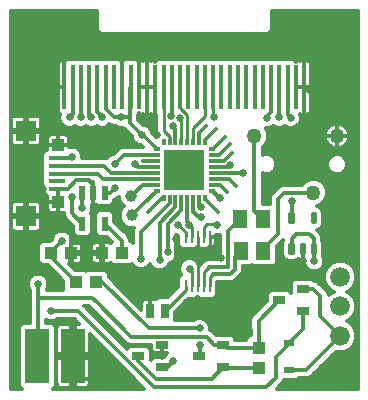
<source format=gbr>
G75*
%MOIN*%
%OFA0B0*%
%FSLAX25Y25*%
%IPPOS*%
%LPD*%
%AMOC8*
5,1,8,0,0,1.08239X$1,22.5*
%
%ADD10R,0.02362X0.01181*%
%ADD11R,0.01181X0.02362*%
%ADD12R,0.13583X0.13583*%
%ADD13R,0.01378X0.15000*%
%ADD14R,0.00984X0.03937*%
%ADD15R,0.02500X0.05000*%
%ADD16R,0.05118X0.05906*%
%ADD17R,0.04000X0.04000*%
%ADD18R,0.05315X0.01575*%
%ADD19R,0.07000X0.07000*%
%ADD20C,0.01181*%
%ADD21R,0.04331X0.03937*%
%ADD22R,0.02165X0.04724*%
%ADD23R,0.07874X0.18110*%
%ADD24R,0.04000X0.02500*%
%ADD25R,0.03268X0.02480*%
%ADD26C,0.05000*%
%ADD27C,0.06600*%
%ADD28R,0.03937X0.04331*%
%ADD29C,0.03937*%
%ADD30R,0.09000X0.09000*%
%ADD31C,0.02600*%
%ADD32C,0.01200*%
%ADD33C,0.01000*%
D10*
X0071049Y0074710D03*
X0071049Y0076679D03*
X0071049Y0078647D03*
X0071049Y0080616D03*
X0071049Y0082584D03*
X0071049Y0084553D03*
X0071049Y0086521D03*
X0071049Y0088490D03*
X0089553Y0088490D03*
X0089553Y0086521D03*
X0089553Y0084553D03*
X0089553Y0082584D03*
X0089553Y0080616D03*
X0089553Y0078647D03*
X0089553Y0076679D03*
X0089553Y0074710D03*
D11*
X0087191Y0072348D03*
X0085222Y0072348D03*
X0083254Y0072348D03*
X0081285Y0072348D03*
X0079317Y0072348D03*
X0077348Y0072348D03*
X0075380Y0072348D03*
X0073411Y0072348D03*
X0073411Y0090852D03*
X0075380Y0090852D03*
X0077348Y0090852D03*
X0079317Y0090852D03*
X0081285Y0090852D03*
X0083254Y0090852D03*
X0085222Y0090852D03*
X0087191Y0090852D03*
D12*
X0080301Y0081600D03*
D13*
X0081679Y0109100D03*
X0078923Y0109100D03*
X0076167Y0109100D03*
X0073411Y0109100D03*
X0070655Y0109100D03*
X0067899Y0109100D03*
X0065143Y0109100D03*
X0062388Y0109100D03*
X0059632Y0109100D03*
X0056876Y0109100D03*
X0054120Y0109100D03*
X0051364Y0109100D03*
X0048608Y0109100D03*
X0045852Y0109100D03*
X0043096Y0109100D03*
X0040340Y0109100D03*
X0084435Y0109100D03*
X0087191Y0109100D03*
X0089947Y0109100D03*
X0092702Y0109100D03*
X0095458Y0109100D03*
X0098214Y0109100D03*
X0100970Y0109100D03*
X0103726Y0109100D03*
X0106482Y0109100D03*
X0109238Y0109100D03*
X0111994Y0109100D03*
X0114750Y0109100D03*
X0117506Y0109100D03*
X0120262Y0109100D03*
D14*
X0088738Y0059419D03*
X0086769Y0059419D03*
X0084801Y0059419D03*
X0082832Y0059419D03*
X0080864Y0059419D03*
X0080864Y0042781D03*
X0082832Y0042781D03*
X0084801Y0042781D03*
X0086769Y0042781D03*
X0088738Y0042781D03*
D15*
X0073801Y0034600D03*
X0068801Y0034600D03*
D16*
X0099161Y0054500D03*
X0106641Y0054500D03*
X0106441Y0065200D03*
X0098961Y0065200D03*
D17*
X0038251Y0070900D03*
X0038251Y0089900D03*
D18*
X0037782Y0085518D03*
X0037782Y0082959D03*
X0037782Y0080400D03*
X0037782Y0077841D03*
X0037782Y0075282D03*
D19*
X0027501Y0066150D03*
X0027501Y0094650D03*
D20*
X0115667Y0064090D02*
X0116455Y0064090D01*
X0115667Y0064090D02*
X0115667Y0066846D01*
X0116455Y0066846D01*
X0116455Y0064090D01*
X0116455Y0065270D02*
X0115667Y0065270D01*
X0115667Y0066450D02*
X0116455Y0066450D01*
X0123147Y0064090D02*
X0123935Y0064090D01*
X0123147Y0064090D02*
X0123147Y0066846D01*
X0123935Y0066846D01*
X0123935Y0064090D01*
X0123935Y0065270D02*
X0123147Y0065270D01*
X0123147Y0066450D02*
X0123935Y0066450D01*
X0123935Y0053854D02*
X0123147Y0053854D01*
X0123147Y0056610D01*
X0123935Y0056610D01*
X0123935Y0053854D01*
X0123935Y0055034D02*
X0123147Y0055034D01*
X0123147Y0056214D02*
X0123935Y0056214D01*
X0120195Y0053854D02*
X0119407Y0053854D01*
X0119407Y0056610D01*
X0120195Y0056610D01*
X0120195Y0053854D01*
X0120195Y0055034D02*
X0119407Y0055034D01*
X0119407Y0056214D02*
X0120195Y0056214D01*
X0116455Y0053854D02*
X0115667Y0053854D01*
X0115667Y0056610D01*
X0116455Y0056610D01*
X0116455Y0053854D01*
X0116455Y0055034D02*
X0115667Y0055034D01*
X0115667Y0056214D02*
X0116455Y0056214D01*
D21*
X0059597Y0053900D03*
X0052904Y0053900D03*
X0050947Y0044200D03*
X0044254Y0044200D03*
X0042497Y0053850D03*
X0035804Y0053850D03*
D22*
X0046261Y0063681D03*
X0053741Y0063681D03*
X0053741Y0073919D03*
X0050001Y0073919D03*
X0046261Y0073919D03*
D23*
X0043238Y0019567D03*
X0031364Y0019567D03*
D24*
X0064964Y0019600D03*
X0072838Y0015860D03*
X0072838Y0023340D03*
X0085364Y0019600D03*
X0093238Y0015860D03*
X0093238Y0023340D03*
X0111964Y0038250D03*
X0119838Y0034510D03*
X0119838Y0041990D03*
D25*
X0115351Y0023978D03*
X0115351Y0014922D03*
D26*
X0123359Y0074051D03*
X0131233Y0092949D03*
X0103674Y0092949D03*
D27*
X0132301Y0045993D03*
X0132301Y0036150D03*
X0132301Y0026307D03*
D28*
X0105101Y0022346D03*
X0105101Y0015654D03*
D29*
X0062801Y0066450D03*
X0062601Y0072850D03*
D30*
X0080301Y0081600D03*
D31*
X0071051Y0093350D03*
X0066201Y0093300D03*
X0059301Y0099100D03*
X0052801Y0099100D03*
X0049301Y0099100D03*
X0045801Y0099100D03*
X0042096Y0099100D03*
X0042801Y0085900D03*
X0042801Y0072600D03*
X0046301Y0068800D03*
X0039501Y0057900D03*
X0031601Y0043600D03*
X0035801Y0034600D03*
X0054101Y0011900D03*
X0072801Y0019500D03*
X0076601Y0017800D03*
X0085401Y0023300D03*
X0085401Y0028800D03*
X0082051Y0048750D03*
X0074801Y0054100D03*
X0072101Y0051500D03*
X0065901Y0052000D03*
X0077601Y0058700D03*
X0078301Y0063350D03*
X0081801Y0063350D03*
X0085801Y0065850D03*
X0085801Y0069100D03*
X0092301Y0072100D03*
X0091101Y0063200D03*
X0092451Y0052250D03*
X0116101Y0071100D03*
X0099801Y0080600D03*
X0095647Y0083100D03*
X0090051Y0099150D03*
X0078951Y0098850D03*
X0075801Y0099600D03*
X0076501Y0096100D03*
X0063851Y0083600D03*
X0057301Y0083600D03*
X0057301Y0075700D03*
X0065301Y0118600D03*
X0107738Y0098883D03*
X0111994Y0099139D03*
X0115750Y0098998D03*
X0120301Y0118600D03*
X0119901Y0051200D03*
X0123601Y0051200D03*
D32*
X0022401Y0008700D02*
X0022401Y0134500D01*
X0051201Y0134500D01*
X0051201Y0128230D01*
X0052431Y0127000D01*
X0108171Y0127000D01*
X0109401Y0128230D01*
X0109401Y0134500D01*
X0138201Y0134500D01*
X0138201Y0008700D01*
X0111119Y0008700D01*
X0113190Y0010771D01*
X0113526Y0011582D01*
X0117855Y0011582D01*
X0118495Y0012222D01*
X0121453Y0012222D01*
X0122445Y0012633D01*
X0130868Y0021056D01*
X0131227Y0020907D01*
X0133375Y0020907D01*
X0135360Y0021730D01*
X0136879Y0023249D01*
X0137701Y0025233D01*
X0137701Y0027382D01*
X0136879Y0029366D01*
X0135360Y0030885D01*
X0134531Y0031229D01*
X0135360Y0031572D01*
X0136879Y0033091D01*
X0137701Y0035076D01*
X0137701Y0037224D01*
X0136879Y0039209D01*
X0135360Y0040728D01*
X0134531Y0041071D01*
X0135360Y0041415D01*
X0136879Y0042934D01*
X0137701Y0044918D01*
X0137701Y0047067D01*
X0136879Y0049051D01*
X0135360Y0050570D01*
X0133375Y0051393D01*
X0131227Y0051393D01*
X0129242Y0050570D01*
X0127723Y0049051D01*
X0126901Y0047067D01*
X0126901Y0044918D01*
X0127723Y0042934D01*
X0129242Y0041415D01*
X0130071Y0041071D01*
X0129242Y0040728D01*
X0128401Y0039887D01*
X0128401Y0040108D01*
X0128394Y0040124D01*
X0128394Y0040142D01*
X0128189Y0040620D01*
X0127990Y0041100D01*
X0127977Y0041113D01*
X0127970Y0041129D01*
X0127598Y0041492D01*
X0127230Y0041859D01*
X0127214Y0041866D01*
X0125140Y0043886D01*
X0124781Y0044251D01*
X0124756Y0044261D01*
X0124738Y0044279D01*
X0124262Y0044469D01*
X0123791Y0044667D01*
X0123764Y0044667D01*
X0123740Y0044677D01*
X0123375Y0044672D01*
X0122708Y0045340D01*
X0116968Y0045340D01*
X0115738Y0044110D01*
X0115738Y0040696D01*
X0114834Y0041600D01*
X0109094Y0041600D01*
X0107864Y0040370D01*
X0107864Y0037956D01*
X0103527Y0033593D01*
X0103525Y0033592D01*
X0103148Y0033212D01*
X0102770Y0032832D01*
X0102770Y0032831D01*
X0102769Y0032829D01*
X0102565Y0032333D01*
X0102362Y0031839D01*
X0102362Y0031837D01*
X0102362Y0031835D01*
X0102364Y0031303D01*
X0102365Y0030764D01*
X0102366Y0030763D01*
X0102383Y0026612D01*
X0102263Y0026612D01*
X0101032Y0025382D01*
X0101032Y0025046D01*
X0097338Y0025046D01*
X0097338Y0025460D01*
X0096108Y0026690D01*
X0090829Y0026690D01*
X0089330Y0028189D01*
X0088801Y0028408D01*
X0088801Y0029476D01*
X0088283Y0030726D01*
X0087327Y0031682D01*
X0086077Y0032200D01*
X0084725Y0032200D01*
X0083475Y0031682D01*
X0083293Y0031500D01*
X0077151Y0031500D01*
X0077151Y0034273D01*
X0081590Y0038712D01*
X0084194Y0038712D01*
X0084694Y0039212D01*
X0084801Y0039212D01*
X0084907Y0039212D01*
X0085407Y0038712D01*
X0090100Y0038712D01*
X0091330Y0039942D01*
X0091330Y0042245D01*
X0091338Y0042264D01*
X0091338Y0044200D01*
X0096138Y0044200D01*
X0097130Y0044611D01*
X0098630Y0046111D01*
X0099390Y0046871D01*
X0099801Y0047863D01*
X0099801Y0049447D01*
X0102590Y0049447D01*
X0102901Y0049759D01*
X0103212Y0049447D01*
X0110070Y0049447D01*
X0111300Y0050677D01*
X0111300Y0056181D01*
X0113130Y0058011D01*
X0113361Y0058241D01*
X0113361Y0058073D01*
X0112976Y0057145D01*
X0112976Y0053319D01*
X0113386Y0052330D01*
X0114143Y0051573D01*
X0115132Y0051163D01*
X0116990Y0051163D01*
X0117979Y0051573D01*
X0118344Y0051938D01*
X0118562Y0051813D01*
X0119119Y0051663D01*
X0119801Y0051663D01*
X0120201Y0051663D01*
X0120201Y0050524D01*
X0120719Y0049274D01*
X0121675Y0048318D01*
X0122925Y0047800D01*
X0124277Y0047800D01*
X0125527Y0048318D01*
X0126483Y0049274D01*
X0127001Y0050524D01*
X0127001Y0051876D01*
X0126514Y0053051D01*
X0126625Y0053319D01*
X0126625Y0057145D01*
X0126241Y0058073D01*
X0126241Y0059297D01*
X0125830Y0060289D01*
X0124647Y0061473D01*
X0125459Y0061809D01*
X0126216Y0062566D01*
X0126625Y0063555D01*
X0126625Y0067381D01*
X0126216Y0068370D01*
X0125459Y0069127D01*
X0124475Y0069534D01*
X0125965Y0070151D01*
X0127259Y0071445D01*
X0127959Y0073136D01*
X0127959Y0074966D01*
X0127259Y0076657D01*
X0125965Y0077951D01*
X0124274Y0078651D01*
X0122444Y0078651D01*
X0120753Y0077951D01*
X0119503Y0076700D01*
X0113164Y0076700D01*
X0112171Y0076289D01*
X0111412Y0075529D01*
X0109312Y0073429D01*
X0108901Y0072437D01*
X0108901Y0070253D01*
X0106374Y0070253D01*
X0106374Y0080461D01*
X0106958Y0080219D01*
X0108264Y0080219D01*
X0109470Y0080718D01*
X0110393Y0081641D01*
X0110892Y0082847D01*
X0110892Y0084153D01*
X0110393Y0085359D01*
X0109470Y0086282D01*
X0108264Y0086781D01*
X0106958Y0086781D01*
X0106374Y0086539D01*
X0106374Y0089143D01*
X0107574Y0090343D01*
X0108274Y0092034D01*
X0108274Y0093864D01*
X0107603Y0095483D01*
X0108414Y0095483D01*
X0109664Y0096001D01*
X0109994Y0096331D01*
X0110068Y0096257D01*
X0111317Y0095739D01*
X0112670Y0095739D01*
X0113752Y0096187D01*
X0113824Y0096115D01*
X0115073Y0095598D01*
X0116426Y0095598D01*
X0117676Y0096115D01*
X0118632Y0097072D01*
X0119150Y0098321D01*
X0119150Y0099674D01*
X0118971Y0100105D01*
X0119362Y0100000D01*
X0120261Y0100000D01*
X0120261Y0109100D01*
X0117539Y0109100D01*
X0119795Y0109100D01*
X0120261Y0109100D01*
X0120261Y0109100D01*
X0120261Y0118200D01*
X0119362Y0118200D01*
X0118955Y0118091D01*
X0118884Y0118050D01*
X0118812Y0118091D01*
X0118405Y0118200D01*
X0117506Y0118200D01*
X0117506Y0117503D01*
X0117506Y0117503D01*
X0117506Y0118200D01*
X0116809Y0118200D01*
X0116309Y0118700D01*
X0071852Y0118700D01*
X0071352Y0118200D01*
X0070655Y0118200D01*
X0069756Y0118200D01*
X0069349Y0118091D01*
X0069277Y0118050D01*
X0069206Y0118091D01*
X0068799Y0118200D01*
X0067899Y0118200D01*
X0067000Y0118200D01*
X0066593Y0118091D01*
X0066521Y0118050D01*
X0066450Y0118091D01*
X0066043Y0118200D01*
X0065143Y0118200D01*
X0064446Y0118200D01*
X0063946Y0118700D01*
X0060829Y0118700D01*
X0060329Y0118200D01*
X0059632Y0118200D01*
X0059632Y0117503D01*
X0059632Y0117503D01*
X0059632Y0117503D01*
X0059632Y0118200D01*
X0058935Y0118200D01*
X0058435Y0118700D01*
X0041537Y0118700D01*
X0041037Y0118200D01*
X0040340Y0118200D01*
X0039441Y0118200D01*
X0039034Y0118091D01*
X0038669Y0117880D01*
X0038371Y0117582D01*
X0038160Y0117218D01*
X0038051Y0116811D01*
X0038051Y0109100D01*
X0038051Y0101389D01*
X0038160Y0100982D01*
X0038371Y0100618D01*
X0038669Y0100320D01*
X0038873Y0100202D01*
X0038696Y0099776D01*
X0038696Y0098424D01*
X0039214Y0097174D01*
X0040170Y0096218D01*
X0041420Y0095700D01*
X0042772Y0095700D01*
X0043949Y0096187D01*
X0045125Y0095700D01*
X0046477Y0095700D01*
X0047551Y0096145D01*
X0048625Y0095700D01*
X0049977Y0095700D01*
X0051051Y0096145D01*
X0052125Y0095700D01*
X0053477Y0095700D01*
X0054727Y0096218D01*
X0055306Y0096797D01*
X0056264Y0096400D01*
X0057193Y0096400D01*
X0057375Y0096218D01*
X0058625Y0095700D01*
X0059977Y0095700D01*
X0059996Y0095708D01*
X0060012Y0095671D01*
X0060771Y0094911D01*
X0062801Y0092882D01*
X0062801Y0092624D01*
X0063319Y0091374D01*
X0064275Y0090418D01*
X0065525Y0089900D01*
X0065820Y0089900D01*
X0066499Y0089221D01*
X0059685Y0089221D01*
X0058693Y0088810D01*
X0056883Y0087000D01*
X0056625Y0087000D01*
X0055375Y0086482D01*
X0054419Y0085526D01*
X0054401Y0085484D01*
X0053979Y0085659D01*
X0046201Y0085659D01*
X0046201Y0086576D01*
X0045683Y0087826D01*
X0044727Y0088782D01*
X0043477Y0089300D01*
X0042125Y0089300D01*
X0041851Y0089187D01*
X0041851Y0089900D01*
X0041851Y0092111D01*
X0041742Y0092518D01*
X0041531Y0092882D01*
X0041233Y0093180D01*
X0040868Y0093391D01*
X0040462Y0093500D01*
X0038251Y0093500D01*
X0038251Y0089900D01*
X0041851Y0089900D01*
X0038251Y0089900D01*
X0038251Y0089900D01*
X0038301Y0094550D01*
X0027501Y0094650D01*
X0027501Y0066150D01*
X0038251Y0066150D01*
X0038251Y0065850D01*
X0042401Y0061700D01*
X0042401Y0053946D01*
X0042497Y0053850D01*
X0052854Y0053850D01*
X0052904Y0053900D01*
X0052520Y0054284D02*
X0052520Y0053516D01*
X0049139Y0053516D01*
X0049139Y0051721D01*
X0049248Y0051314D01*
X0049459Y0050949D01*
X0049757Y0050651D01*
X0050122Y0050441D01*
X0050528Y0050331D01*
X0052520Y0050331D01*
X0052520Y0053516D01*
X0053289Y0053516D01*
X0053289Y0050331D01*
X0055280Y0050331D01*
X0055687Y0050441D01*
X0055856Y0050538D01*
X0056562Y0049831D01*
X0062633Y0049831D01*
X0062977Y0050175D01*
X0063019Y0050074D01*
X0063975Y0049118D01*
X0065225Y0048600D01*
X0066577Y0048600D01*
X0067827Y0049118D01*
X0068783Y0050074D01*
X0068897Y0050349D01*
X0069219Y0049574D01*
X0070175Y0048618D01*
X0071425Y0048100D01*
X0072777Y0048100D01*
X0074027Y0048618D01*
X0074983Y0049574D01*
X0075450Y0050700D01*
X0075477Y0050700D01*
X0076727Y0051218D01*
X0077683Y0052174D01*
X0078201Y0053424D01*
X0078201Y0054776D01*
X0077683Y0056026D01*
X0077501Y0056208D01*
X0077501Y0060001D01*
X0077625Y0059950D01*
X0078024Y0059950D01*
X0078264Y0059710D01*
X0078264Y0058902D01*
X0078272Y0058883D01*
X0078272Y0056581D01*
X0079502Y0055351D01*
X0084194Y0055351D01*
X0084694Y0055851D01*
X0084801Y0055851D01*
X0084907Y0055851D01*
X0085407Y0055351D01*
X0088131Y0055351D01*
X0088631Y0055851D01*
X0088738Y0055851D01*
X0089441Y0055851D01*
X0089848Y0055960D01*
X0090212Y0056170D01*
X0090510Y0056468D01*
X0090721Y0056833D01*
X0090830Y0057240D01*
X0090830Y0059419D01*
X0089369Y0059419D01*
X0089369Y0059419D01*
X0090830Y0059419D01*
X0090830Y0059800D01*
X0091777Y0059800D01*
X0092201Y0059976D01*
X0092201Y0051800D01*
X0087864Y0051800D01*
X0086871Y0051389D01*
X0086112Y0050629D01*
X0086012Y0050388D01*
X0085334Y0049710D01*
X0084933Y0050676D01*
X0083977Y0051632D01*
X0082727Y0052150D01*
X0081375Y0052150D01*
X0080125Y0051632D01*
X0079169Y0050676D01*
X0078651Y0049426D01*
X0078651Y0048074D01*
X0079169Y0046824D01*
X0079323Y0046670D01*
X0078272Y0045619D01*
X0078272Y0043317D01*
X0078264Y0043298D01*
X0078264Y0042740D01*
X0074724Y0039200D01*
X0071681Y0039200D01*
X0070924Y0038443D01*
X0070668Y0038591D01*
X0070262Y0038700D01*
X0068826Y0038700D01*
X0068826Y0034625D01*
X0068776Y0034625D01*
X0068776Y0038700D01*
X0067340Y0038700D01*
X0066933Y0038591D01*
X0066568Y0038380D01*
X0066271Y0038082D01*
X0066060Y0037718D01*
X0065951Y0037311D01*
X0065951Y0035068D01*
X0055213Y0045807D01*
X0055213Y0047038D01*
X0053983Y0048268D01*
X0047912Y0048268D01*
X0047601Y0047957D01*
X0047290Y0048268D01*
X0044004Y0048268D01*
X0041991Y0050281D01*
X0042113Y0050281D01*
X0042113Y0053466D01*
X0042882Y0053466D01*
X0042882Y0054234D01*
X0046263Y0054234D01*
X0046263Y0056029D01*
X0046154Y0056436D01*
X0045943Y0056801D01*
X0045645Y0057099D01*
X0045280Y0057309D01*
X0044873Y0057418D01*
X0042901Y0057418D01*
X0042901Y0058576D01*
X0042383Y0059826D01*
X0041427Y0060782D01*
X0040177Y0061300D01*
X0038825Y0061300D01*
X0037575Y0060782D01*
X0036619Y0059826D01*
X0036101Y0058576D01*
X0036101Y0058318D01*
X0035701Y0057918D01*
X0032769Y0057918D01*
X0031539Y0056688D01*
X0031539Y0051012D01*
X0032769Y0049781D01*
X0034855Y0049781D01*
X0039989Y0044647D01*
X0039989Y0041600D01*
X0034409Y0041600D01*
X0034483Y0041674D01*
X0035001Y0042924D01*
X0035001Y0044276D01*
X0034483Y0045526D01*
X0033527Y0046482D01*
X0032277Y0047000D01*
X0030925Y0047000D01*
X0029675Y0046482D01*
X0028719Y0045526D01*
X0028201Y0044276D01*
X0028201Y0042924D01*
X0028719Y0041674D01*
X0028901Y0041492D01*
X0028901Y0030722D01*
X0026557Y0030722D01*
X0025327Y0029492D01*
X0025327Y0009642D01*
X0026269Y0008700D01*
X0022401Y0008700D01*
X0022401Y0008997D02*
X0025972Y0008997D01*
X0025327Y0010196D02*
X0022401Y0010196D01*
X0022401Y0011394D02*
X0025327Y0011394D01*
X0025327Y0012593D02*
X0022401Y0012593D01*
X0022401Y0013791D02*
X0025327Y0013791D01*
X0025327Y0014990D02*
X0022401Y0014990D01*
X0022401Y0016188D02*
X0025327Y0016188D01*
X0025327Y0017387D02*
X0022401Y0017387D01*
X0022401Y0018585D02*
X0025327Y0018585D01*
X0025327Y0019784D02*
X0022401Y0019784D01*
X0022401Y0020982D02*
X0025327Y0020982D01*
X0025327Y0022181D02*
X0022401Y0022181D01*
X0022401Y0023379D02*
X0025327Y0023379D01*
X0025327Y0024578D02*
X0022401Y0024578D01*
X0022401Y0025776D02*
X0025327Y0025776D01*
X0025327Y0026975D02*
X0022401Y0026975D01*
X0022401Y0028173D02*
X0025327Y0028173D01*
X0025327Y0029372D02*
X0022401Y0029372D01*
X0022401Y0030570D02*
X0026405Y0030570D01*
X0028901Y0031769D02*
X0022401Y0031769D01*
X0022401Y0032967D02*
X0028901Y0032967D01*
X0028901Y0034166D02*
X0022401Y0034166D01*
X0022401Y0035364D02*
X0028901Y0035364D01*
X0028901Y0036563D02*
X0022401Y0036563D01*
X0022401Y0037761D02*
X0028901Y0037761D01*
X0028901Y0038960D02*
X0022401Y0038960D01*
X0022401Y0040158D02*
X0028901Y0040158D01*
X0028901Y0041357D02*
X0022401Y0041357D01*
X0022401Y0042555D02*
X0028353Y0042555D01*
X0028201Y0043754D02*
X0022401Y0043754D01*
X0022401Y0044952D02*
X0028481Y0044952D01*
X0029343Y0046151D02*
X0022401Y0046151D01*
X0022401Y0047349D02*
X0037287Y0047349D01*
X0038485Y0046151D02*
X0033858Y0046151D01*
X0034721Y0044952D02*
X0039684Y0044952D01*
X0039989Y0043754D02*
X0035001Y0043754D01*
X0034848Y0042555D02*
X0039989Y0042555D01*
X0044254Y0044200D02*
X0035804Y0052650D01*
X0035804Y0053850D01*
X0036004Y0054404D01*
X0039501Y0057900D01*
X0042587Y0059334D02*
X0044193Y0059334D01*
X0044308Y0059219D02*
X0048213Y0059219D01*
X0049443Y0060449D01*
X0049443Y0066914D01*
X0049271Y0067086D01*
X0049701Y0068124D01*
X0049701Y0069476D01*
X0049502Y0069956D01*
X0050001Y0069956D01*
X0051289Y0069956D01*
X0051789Y0069456D01*
X0055694Y0069456D01*
X0056924Y0070686D01*
X0056924Y0071578D01*
X0057049Y0071630D01*
X0057719Y0072300D01*
X0057977Y0072300D01*
X0058532Y0072530D01*
X0058532Y0072041D01*
X0059152Y0070545D01*
X0060147Y0069550D01*
X0059352Y0068755D01*
X0058732Y0067259D01*
X0058732Y0065641D01*
X0059352Y0064145D01*
X0060496Y0063001D01*
X0061992Y0062381D01*
X0063551Y0062381D01*
X0063201Y0061537D01*
X0063201Y0057400D01*
X0062633Y0057968D01*
X0062297Y0057968D01*
X0062297Y0058362D01*
X0061886Y0059355D01*
X0061127Y0060114D01*
X0056924Y0064317D01*
X0056924Y0066914D01*
X0055694Y0068144D01*
X0051789Y0068144D01*
X0050558Y0066914D01*
X0050558Y0060449D01*
X0051789Y0059219D01*
X0054385Y0059219D01*
X0056099Y0057505D01*
X0055856Y0057262D01*
X0055687Y0057359D01*
X0055280Y0057468D01*
X0053289Y0057468D01*
X0053289Y0054284D01*
X0052520Y0054284D01*
X0049139Y0054284D01*
X0049139Y0056079D01*
X0049248Y0056486D01*
X0049459Y0056851D01*
X0049757Y0057149D01*
X0050122Y0057359D01*
X0050528Y0057468D01*
X0052520Y0057468D01*
X0052520Y0054284D01*
X0052520Y0054540D02*
X0053289Y0054540D01*
X0053289Y0053342D02*
X0052520Y0053342D01*
X0052520Y0052143D02*
X0053289Y0052143D01*
X0053289Y0050945D02*
X0052520Y0050945D01*
X0049463Y0050945D02*
X0045969Y0050945D01*
X0045943Y0050899D02*
X0046154Y0051264D01*
X0046263Y0051671D01*
X0046263Y0053466D01*
X0042882Y0053466D01*
X0042882Y0050281D01*
X0044873Y0050281D01*
X0045280Y0050391D01*
X0045645Y0050601D01*
X0045943Y0050899D01*
X0046263Y0052143D02*
X0049139Y0052143D01*
X0049139Y0053342D02*
X0046263Y0053342D01*
X0046263Y0054540D02*
X0049139Y0054540D01*
X0049139Y0055739D02*
X0046263Y0055739D01*
X0045806Y0056937D02*
X0049545Y0056937D01*
X0048328Y0059334D02*
X0051673Y0059334D01*
X0050558Y0060533D02*
X0049443Y0060533D01*
X0049443Y0061732D02*
X0050558Y0061732D01*
X0050558Y0062930D02*
X0049443Y0062930D01*
X0049443Y0064129D02*
X0050558Y0064129D01*
X0050558Y0065327D02*
X0049443Y0065327D01*
X0049443Y0066526D02*
X0050558Y0066526D01*
X0051369Y0067724D02*
X0049535Y0067724D01*
X0049701Y0068923D02*
X0059520Y0068923D01*
X0059576Y0070121D02*
X0056358Y0070121D01*
X0056924Y0071320D02*
X0058831Y0071320D01*
X0058532Y0072518D02*
X0058504Y0072518D01*
X0055519Y0073919D02*
X0057301Y0075700D01*
X0055519Y0073919D02*
X0053741Y0073919D01*
X0050001Y0073918D02*
X0050001Y0069956D01*
X0050001Y0073918D01*
X0050001Y0073918D01*
X0050001Y0073919D02*
X0050001Y0076500D01*
X0048401Y0078100D01*
X0044301Y0078100D01*
X0041501Y0075300D01*
X0037801Y0075300D01*
X0037782Y0075282D01*
X0038251Y0074813D01*
X0038251Y0070900D01*
X0038251Y0066150D01*
X0038251Y0067300D02*
X0040101Y0067300D01*
X0040101Y0066604D01*
X0040512Y0065612D01*
X0041271Y0064852D01*
X0043078Y0063046D01*
X0043078Y0060449D01*
X0044308Y0059219D01*
X0042901Y0058136D02*
X0055468Y0058136D01*
X0053289Y0056937D02*
X0052520Y0056937D01*
X0052520Y0055739D02*
X0053289Y0055739D01*
X0059597Y0053900D02*
X0059597Y0057825D01*
X0053741Y0063681D01*
X0057112Y0064129D02*
X0059369Y0064129D01*
X0058862Y0065327D02*
X0056924Y0065327D01*
X0056924Y0066526D02*
X0058732Y0066526D01*
X0058925Y0067724D02*
X0056113Y0067724D01*
X0058311Y0062930D02*
X0060667Y0062930D01*
X0059509Y0061732D02*
X0063281Y0061732D01*
X0063201Y0060533D02*
X0060708Y0060533D01*
X0061895Y0059334D02*
X0063201Y0059334D01*
X0063201Y0058136D02*
X0062297Y0058136D01*
X0065901Y0061000D02*
X0065901Y0052000D01*
X0068456Y0049746D02*
X0069147Y0049746D01*
X0070343Y0048548D02*
X0043725Y0048548D01*
X0042526Y0049746D02*
X0063346Y0049746D01*
X0057265Y0043754D02*
X0078272Y0043754D01*
X0078272Y0044952D02*
X0056067Y0044952D01*
X0055213Y0046151D02*
X0078804Y0046151D01*
X0078951Y0047349D02*
X0054902Y0047349D01*
X0053001Y0044200D02*
X0068401Y0028800D01*
X0085401Y0028800D01*
X0087118Y0031769D02*
X0102362Y0031769D01*
X0102367Y0030570D02*
X0088348Y0030570D01*
X0088801Y0029372D02*
X0102372Y0029372D01*
X0102377Y0028173D02*
X0089346Y0028173D01*
X0090545Y0026975D02*
X0102382Y0026975D01*
X0101427Y0025776D02*
X0097022Y0025776D01*
X0094532Y0022346D02*
X0093238Y0023340D01*
X0090361Y0023340D01*
X0087801Y0025900D01*
X0062701Y0025900D01*
X0051151Y0037450D01*
X0049701Y0038900D01*
X0031601Y0038900D01*
X0031601Y0019804D01*
X0031364Y0019567D01*
X0037401Y0019784D02*
X0042638Y0019784D01*
X0042638Y0020167D02*
X0042638Y0018967D01*
X0043838Y0018967D01*
X0043838Y0020167D01*
X0048775Y0020167D01*
X0048775Y0026798D01*
X0066789Y0008700D01*
X0036459Y0008700D01*
X0037401Y0009642D01*
X0037401Y0029492D01*
X0036171Y0030722D01*
X0034301Y0030722D01*
X0034301Y0031541D01*
X0035125Y0031200D01*
X0036477Y0031200D01*
X0037727Y0031718D01*
X0037909Y0031900D01*
X0043683Y0031900D01*
X0045360Y0030222D01*
X0043838Y0030222D01*
X0043838Y0020167D01*
X0042638Y0020167D01*
X0042638Y0030222D01*
X0039090Y0030222D01*
X0038683Y0030113D01*
X0038318Y0029902D01*
X0038021Y0029604D01*
X0037810Y0029240D01*
X0037701Y0028833D01*
X0037701Y0020167D01*
X0042638Y0020167D01*
X0042638Y0020982D02*
X0043838Y0020982D01*
X0043838Y0019784D02*
X0055757Y0019784D01*
X0054564Y0020982D02*
X0048775Y0020982D01*
X0048775Y0022181D02*
X0053371Y0022181D01*
X0052178Y0023379D02*
X0048775Y0023379D01*
X0048775Y0024578D02*
X0050985Y0024578D01*
X0049792Y0025776D02*
X0048775Y0025776D01*
X0048601Y0030800D02*
X0044801Y0034600D01*
X0035801Y0034600D01*
X0037778Y0031769D02*
X0043814Y0031769D01*
X0045012Y0030570D02*
X0036323Y0030570D01*
X0037401Y0029372D02*
X0037886Y0029372D01*
X0037701Y0028173D02*
X0037401Y0028173D01*
X0037401Y0026975D02*
X0037701Y0026975D01*
X0037701Y0025776D02*
X0037401Y0025776D01*
X0037401Y0024578D02*
X0037701Y0024578D01*
X0037701Y0023379D02*
X0037401Y0023379D01*
X0037401Y0022181D02*
X0037701Y0022181D01*
X0037701Y0020982D02*
X0037401Y0020982D01*
X0037701Y0018967D02*
X0037701Y0010301D01*
X0037810Y0009894D01*
X0038021Y0009529D01*
X0038318Y0009231D01*
X0038683Y0009021D01*
X0039090Y0008912D01*
X0042638Y0008912D01*
X0042638Y0018967D01*
X0037701Y0018967D01*
X0037701Y0018585D02*
X0037401Y0018585D01*
X0037401Y0017387D02*
X0037701Y0017387D01*
X0037701Y0016188D02*
X0037401Y0016188D01*
X0037401Y0014990D02*
X0037701Y0014990D01*
X0037701Y0013791D02*
X0037401Y0013791D01*
X0037401Y0012593D02*
X0037701Y0012593D01*
X0037701Y0011394D02*
X0037401Y0011394D01*
X0037401Y0010196D02*
X0037729Y0010196D01*
X0036756Y0008997D02*
X0038772Y0008997D01*
X0042638Y0008997D02*
X0043838Y0008997D01*
X0043838Y0008912D02*
X0047386Y0008912D01*
X0047792Y0009021D01*
X0048157Y0009231D01*
X0048455Y0009529D01*
X0048666Y0009894D01*
X0048775Y0010301D01*
X0048775Y0018967D01*
X0043838Y0018967D01*
X0043838Y0008912D01*
X0043838Y0010196D02*
X0042638Y0010196D01*
X0042638Y0011394D02*
X0043838Y0011394D01*
X0043838Y0012593D02*
X0042638Y0012593D01*
X0042638Y0013791D02*
X0043838Y0013791D01*
X0043838Y0014990D02*
X0042638Y0014990D01*
X0043238Y0015063D02*
X0046401Y0011900D01*
X0054101Y0011900D01*
X0048775Y0011394D02*
X0064108Y0011394D01*
X0065301Y0010196D02*
X0048747Y0010196D01*
X0047704Y0008997D02*
X0066494Y0008997D01*
X0062915Y0012593D02*
X0048775Y0012593D01*
X0048775Y0013791D02*
X0061722Y0013791D01*
X0060529Y0014990D02*
X0048775Y0014990D01*
X0048775Y0016188D02*
X0059336Y0016188D01*
X0058143Y0017387D02*
X0048775Y0017387D01*
X0048775Y0018585D02*
X0056950Y0018585D01*
X0060990Y0022181D02*
X0061325Y0022181D01*
X0061157Y0022013D02*
X0062094Y0022950D01*
X0067834Y0022950D01*
X0069064Y0021720D01*
X0069064Y0018306D01*
X0069968Y0019210D01*
X0073505Y0019210D01*
X0073719Y0019726D01*
X0074483Y0020490D01*
X0072863Y0020490D01*
X0072863Y0023200D01*
X0072813Y0023200D01*
X0072813Y0020490D01*
X0070627Y0020490D01*
X0070220Y0020599D01*
X0069855Y0020810D01*
X0069558Y0021108D01*
X0069347Y0021473D01*
X0069238Y0021880D01*
X0069238Y0023200D01*
X0062164Y0023200D01*
X0061171Y0023611D01*
X0049621Y0035161D01*
X0049621Y0035161D01*
X0048583Y0036200D01*
X0047019Y0036200D01*
X0047090Y0036129D01*
X0050133Y0033087D01*
X0050136Y0033085D01*
X0050513Y0032706D01*
X0050890Y0032329D01*
X0050891Y0032326D01*
X0061157Y0022013D01*
X0061731Y0023379D02*
X0059797Y0023379D01*
X0060205Y0024578D02*
X0058604Y0024578D01*
X0059006Y0025776D02*
X0057411Y0025776D01*
X0057808Y0026975D02*
X0056218Y0026975D01*
X0056609Y0028173D02*
X0055025Y0028173D01*
X0055411Y0029372D02*
X0053832Y0029372D01*
X0054212Y0030570D02*
X0052639Y0030570D01*
X0053014Y0031769D02*
X0051446Y0031769D01*
X0051815Y0032967D02*
X0050253Y0032967D01*
X0050617Y0034166D02*
X0049053Y0034166D01*
X0049418Y0035364D02*
X0047855Y0035364D01*
X0050401Y0038200D02*
X0051151Y0037450D01*
X0050947Y0044200D02*
X0053001Y0044200D01*
X0058464Y0042555D02*
X0078079Y0042555D01*
X0076881Y0041357D02*
X0059662Y0041357D01*
X0060861Y0040158D02*
X0075682Y0040158D01*
X0071441Y0038960D02*
X0062059Y0038960D01*
X0063258Y0037761D02*
X0066085Y0037761D01*
X0065951Y0036563D02*
X0064456Y0036563D01*
X0065655Y0035364D02*
X0065951Y0035364D01*
X0068776Y0035364D02*
X0068826Y0035364D01*
X0068801Y0034600D02*
X0068801Y0039400D01*
X0077601Y0048200D01*
X0077601Y0052300D01*
X0077601Y0058700D01*
X0077501Y0058136D02*
X0078272Y0058136D01*
X0078272Y0056937D02*
X0077501Y0056937D01*
X0077802Y0055739D02*
X0079114Y0055739D01*
X0078201Y0054540D02*
X0092201Y0054540D01*
X0092201Y0053342D02*
X0078167Y0053342D01*
X0077653Y0052143D02*
X0081359Y0052143D01*
X0082743Y0052143D02*
X0092201Y0052143D01*
X0092201Y0055739D02*
X0088520Y0055739D01*
X0088738Y0055851D02*
X0088738Y0055957D01*
X0088738Y0055957D01*
X0088738Y0055851D01*
X0090749Y0056937D02*
X0092201Y0056937D01*
X0092201Y0058136D02*
X0090830Y0058136D01*
X0090830Y0059334D02*
X0092201Y0059334D01*
X0094901Y0061300D02*
X0094901Y0049100D01*
X0088401Y0049100D01*
X0086427Y0050945D02*
X0084664Y0050945D01*
X0085318Y0049746D02*
X0085370Y0049746D01*
X0089801Y0046900D02*
X0095601Y0046900D01*
X0097101Y0048400D01*
X0097101Y0052440D01*
X0099161Y0054500D01*
X0102889Y0049746D02*
X0102913Y0049746D01*
X0099801Y0048548D02*
X0121445Y0048548D01*
X0120523Y0049746D02*
X0110369Y0049746D01*
X0111300Y0050945D02*
X0120201Y0050945D01*
X0119901Y0051200D02*
X0119901Y0055132D01*
X0119801Y0055232D01*
X0119801Y0051663D01*
X0119801Y0055232D01*
X0119801Y0055232D01*
X0119801Y0054540D02*
X0119801Y0054540D01*
X0119801Y0053342D02*
X0119801Y0053342D01*
X0119801Y0052143D02*
X0119801Y0052143D01*
X0123601Y0051200D02*
X0123601Y0055172D01*
X0123541Y0055232D01*
X0123541Y0058760D01*
X0122001Y0060300D01*
X0117701Y0060300D01*
X0116061Y0058660D01*
X0116061Y0055232D01*
X0112976Y0055739D02*
X0111300Y0055739D01*
X0111300Y0054540D02*
X0112976Y0054540D01*
X0112976Y0053342D02*
X0111300Y0053342D01*
X0111300Y0052143D02*
X0113573Y0052143D01*
X0112976Y0056937D02*
X0112057Y0056937D01*
X0113255Y0058136D02*
X0113361Y0058136D01*
X0111601Y0060300D02*
X0111601Y0071900D01*
X0113701Y0074000D01*
X0123308Y0074000D01*
X0120115Y0077312D02*
X0106374Y0077312D01*
X0106374Y0076114D02*
X0111996Y0076114D01*
X0110798Y0074915D02*
X0106374Y0074915D01*
X0106374Y0073717D02*
X0109599Y0073717D01*
X0108934Y0072518D02*
X0106374Y0072518D01*
X0106374Y0071320D02*
X0108901Y0071320D01*
X0103674Y0067967D02*
X0106441Y0065200D01*
X0103674Y0067967D02*
X0103674Y0092949D01*
X0108274Y0092893D02*
X0131144Y0092893D01*
X0131144Y0092860D02*
X0127133Y0092860D01*
X0127133Y0092626D01*
X0127234Y0091989D01*
X0127434Y0091375D01*
X0127727Y0090800D01*
X0128106Y0090278D01*
X0128562Y0089822D01*
X0129084Y0089442D01*
X0129659Y0089149D01*
X0130273Y0088950D01*
X0130910Y0088849D01*
X0131144Y0088849D01*
X0131144Y0092860D01*
X0131144Y0093038D01*
X0131144Y0097049D01*
X0130910Y0097049D01*
X0130273Y0096948D01*
X0129659Y0096748D01*
X0129084Y0096455D01*
X0128562Y0096076D01*
X0128106Y0095620D01*
X0127727Y0095098D01*
X0127434Y0094523D01*
X0127234Y0093909D01*
X0127133Y0093271D01*
X0127133Y0093038D01*
X0131144Y0093038D01*
X0131322Y0093038D01*
X0131322Y0097049D01*
X0131556Y0097049D01*
X0132193Y0096948D01*
X0132807Y0096748D01*
X0133382Y0096455D01*
X0133904Y0096076D01*
X0134360Y0095620D01*
X0134740Y0095098D01*
X0135033Y0094523D01*
X0135232Y0093909D01*
X0135333Y0093271D01*
X0135333Y0093038D01*
X0131322Y0093038D01*
X0131322Y0092860D01*
X0131322Y0088849D01*
X0131556Y0088849D01*
X0132193Y0088950D01*
X0132807Y0089149D01*
X0133382Y0089442D01*
X0133904Y0089822D01*
X0134360Y0090278D01*
X0134740Y0090800D01*
X0135033Y0091375D01*
X0135232Y0091989D01*
X0135333Y0092626D01*
X0135333Y0092860D01*
X0131322Y0092860D01*
X0131144Y0092860D01*
X0131233Y0092949D02*
X0131213Y0098149D01*
X0120262Y0109100D01*
X0122550Y0109100D01*
X0122550Y0116811D01*
X0122441Y0117218D01*
X0122231Y0117582D01*
X0121933Y0117880D01*
X0121568Y0118091D01*
X0121161Y0118200D01*
X0120262Y0118200D01*
X0120262Y0109100D01*
X0120262Y0109100D01*
X0122550Y0109100D01*
X0122550Y0101389D01*
X0122441Y0100982D01*
X0122231Y0100618D01*
X0121933Y0100320D01*
X0121568Y0100109D01*
X0121161Y0100000D01*
X0120262Y0100000D01*
X0120262Y0109100D01*
X0120261Y0109100D01*
X0120262Y0109100D01*
X0117506Y0109100D01*
X0117539Y0109100D02*
X0117539Y0109100D01*
X0120262Y0109100D02*
X0120262Y0118561D01*
X0120301Y0118600D01*
X0120261Y0118062D02*
X0120262Y0118062D01*
X0120261Y0116863D02*
X0120262Y0116863D01*
X0120261Y0115665D02*
X0120262Y0115665D01*
X0120261Y0114466D02*
X0120262Y0114466D01*
X0120261Y0113268D02*
X0120262Y0113268D01*
X0120261Y0112069D02*
X0120262Y0112069D01*
X0120261Y0110870D02*
X0120262Y0110870D01*
X0120261Y0109672D02*
X0120262Y0109672D01*
X0120261Y0108473D02*
X0120262Y0108473D01*
X0120261Y0107275D02*
X0120262Y0107275D01*
X0120261Y0106076D02*
X0120262Y0106076D01*
X0120261Y0104878D02*
X0120262Y0104878D01*
X0120261Y0103679D02*
X0120262Y0103679D01*
X0120261Y0102481D02*
X0120262Y0102481D01*
X0120261Y0101282D02*
X0120262Y0101282D01*
X0120261Y0100084D02*
X0120262Y0100084D01*
X0121474Y0100084D02*
X0138201Y0100084D01*
X0138201Y0101282D02*
X0122522Y0101282D01*
X0122550Y0102481D02*
X0138201Y0102481D01*
X0138201Y0103679D02*
X0122550Y0103679D01*
X0122550Y0104878D02*
X0138201Y0104878D01*
X0138201Y0106076D02*
X0122550Y0106076D01*
X0122550Y0107275D02*
X0138201Y0107275D01*
X0138201Y0108473D02*
X0122550Y0108473D01*
X0122550Y0109672D02*
X0138201Y0109672D01*
X0138201Y0110870D02*
X0122550Y0110870D01*
X0122550Y0112069D02*
X0138201Y0112069D01*
X0138201Y0113268D02*
X0122550Y0113268D01*
X0122550Y0114466D02*
X0138201Y0114466D01*
X0138201Y0115665D02*
X0122550Y0115665D01*
X0122536Y0116863D02*
X0138201Y0116863D01*
X0138201Y0118062D02*
X0121619Y0118062D01*
X0118904Y0118062D02*
X0118863Y0118062D01*
X0117506Y0118062D02*
X0117506Y0118062D01*
X0114750Y0109100D02*
X0114801Y0107100D01*
X0114801Y0099946D01*
X0115750Y0098998D01*
X0118887Y0097687D02*
X0138201Y0097687D01*
X0138201Y0098885D02*
X0119150Y0098885D01*
X0119049Y0100084D02*
X0118980Y0100084D01*
X0118049Y0096488D02*
X0129149Y0096488D01*
X0127866Y0095290D02*
X0107683Y0095290D01*
X0108180Y0094091D02*
X0127293Y0094091D01*
X0127330Y0091694D02*
X0108133Y0091694D01*
X0107637Y0090496D02*
X0127948Y0090496D01*
X0129369Y0089297D02*
X0106528Y0089297D01*
X0106374Y0088099D02*
X0138201Y0088099D01*
X0138201Y0089297D02*
X0133098Y0089297D01*
X0131322Y0089297D02*
X0131144Y0089297D01*
X0131144Y0090496D02*
X0131322Y0090496D01*
X0131322Y0091694D02*
X0131144Y0091694D01*
X0131322Y0092893D02*
X0138201Y0092893D01*
X0138201Y0094091D02*
X0135173Y0094091D01*
X0134600Y0095290D02*
X0138201Y0095290D01*
X0138201Y0096488D02*
X0133317Y0096488D01*
X0131322Y0096488D02*
X0131144Y0096488D01*
X0131144Y0095290D02*
X0131322Y0095290D01*
X0131322Y0094091D02*
X0131144Y0094091D01*
X0134519Y0090496D02*
X0138201Y0090496D01*
X0138201Y0091694D02*
X0135137Y0091694D01*
X0138201Y0086900D02*
X0106374Y0086900D01*
X0110050Y0085702D02*
X0128795Y0085702D01*
X0128452Y0085359D02*
X0127952Y0084153D01*
X0127952Y0082847D01*
X0128452Y0081641D01*
X0129375Y0080718D01*
X0130581Y0080219D01*
X0131886Y0080219D01*
X0133092Y0080718D01*
X0134015Y0081641D01*
X0134514Y0082847D01*
X0134514Y0084153D01*
X0134015Y0085359D01*
X0133092Y0086282D01*
X0131886Y0086781D01*
X0130581Y0086781D01*
X0129375Y0086282D01*
X0128452Y0085359D01*
X0128097Y0084503D02*
X0110747Y0084503D01*
X0110892Y0083305D02*
X0127952Y0083305D01*
X0128259Y0082106D02*
X0110585Y0082106D01*
X0109659Y0080908D02*
X0129185Y0080908D01*
X0133281Y0080908D02*
X0138201Y0080908D01*
X0138201Y0082106D02*
X0134207Y0082106D01*
X0134514Y0083305D02*
X0138201Y0083305D01*
X0138201Y0084503D02*
X0134369Y0084503D01*
X0133672Y0085702D02*
X0138201Y0085702D01*
X0138201Y0079709D02*
X0106374Y0079709D01*
X0106374Y0078511D02*
X0122105Y0078511D01*
X0124613Y0078511D02*
X0138201Y0078511D01*
X0138201Y0077312D02*
X0126604Y0077312D01*
X0127484Y0076114D02*
X0138201Y0076114D01*
X0138201Y0074915D02*
X0127959Y0074915D01*
X0127959Y0073717D02*
X0138201Y0073717D01*
X0138201Y0072518D02*
X0127703Y0072518D01*
X0127133Y0071320D02*
X0138201Y0071320D01*
X0138201Y0070121D02*
X0125891Y0070121D01*
X0125663Y0068923D02*
X0138201Y0068923D01*
X0138201Y0067724D02*
X0126483Y0067724D01*
X0126625Y0066526D02*
X0138201Y0066526D01*
X0138201Y0065327D02*
X0126625Y0065327D01*
X0126625Y0064129D02*
X0138201Y0064129D01*
X0138201Y0062930D02*
X0126366Y0062930D01*
X0125271Y0061732D02*
X0138201Y0061732D01*
X0138201Y0060533D02*
X0125586Y0060533D01*
X0126225Y0059334D02*
X0138201Y0059334D01*
X0138201Y0058136D02*
X0126241Y0058136D01*
X0126625Y0056937D02*
X0138201Y0056937D01*
X0138201Y0055739D02*
X0126625Y0055739D01*
X0126625Y0054540D02*
X0138201Y0054540D01*
X0138201Y0053342D02*
X0126625Y0053342D01*
X0126890Y0052143D02*
X0138201Y0052143D01*
X0138201Y0050945D02*
X0134456Y0050945D01*
X0136184Y0049746D02*
X0138201Y0049746D01*
X0138201Y0048548D02*
X0137087Y0048548D01*
X0137584Y0047349D02*
X0138201Y0047349D01*
X0138201Y0046151D02*
X0137701Y0046151D01*
X0137701Y0044952D02*
X0138201Y0044952D01*
X0138201Y0043754D02*
X0137219Y0043754D01*
X0136500Y0042555D02*
X0138201Y0042555D01*
X0138201Y0041357D02*
X0135220Y0041357D01*
X0135929Y0040158D02*
X0138201Y0040158D01*
X0138201Y0038960D02*
X0136982Y0038960D01*
X0137478Y0037761D02*
X0138201Y0037761D01*
X0138201Y0036563D02*
X0137701Y0036563D01*
X0137701Y0035364D02*
X0138201Y0035364D01*
X0138201Y0034166D02*
X0137324Y0034166D01*
X0136755Y0032967D02*
X0138201Y0032967D01*
X0138201Y0031769D02*
X0135556Y0031769D01*
X0135675Y0030570D02*
X0138201Y0030570D01*
X0138201Y0029372D02*
X0136873Y0029372D01*
X0137373Y0028173D02*
X0138201Y0028173D01*
X0138201Y0026975D02*
X0137701Y0026975D01*
X0137701Y0025776D02*
X0138201Y0025776D01*
X0138201Y0024578D02*
X0137429Y0024578D01*
X0136933Y0023379D02*
X0138201Y0023379D01*
X0138201Y0022181D02*
X0135811Y0022181D01*
X0133555Y0020982D02*
X0138201Y0020982D01*
X0138201Y0019784D02*
X0129595Y0019784D01*
X0128397Y0018585D02*
X0138201Y0018585D01*
X0138201Y0017387D02*
X0127198Y0017387D01*
X0126000Y0016188D02*
X0138201Y0016188D01*
X0138201Y0014990D02*
X0124801Y0014990D01*
X0123603Y0013791D02*
X0138201Y0013791D01*
X0138201Y0012593D02*
X0122346Y0012593D01*
X0120916Y0014922D02*
X0132301Y0026307D01*
X0125701Y0032800D01*
X0125701Y0039570D01*
X0123238Y0041970D01*
X0119838Y0041990D01*
X0123096Y0044952D02*
X0126901Y0044952D01*
X0126901Y0046151D02*
X0098670Y0046151D01*
X0099588Y0047349D02*
X0127018Y0047349D01*
X0127514Y0048548D02*
X0125757Y0048548D01*
X0126679Y0049746D02*
X0128418Y0049746D01*
X0127001Y0050945D02*
X0130146Y0050945D01*
X0127383Y0043754D02*
X0125277Y0043754D01*
X0126506Y0042555D02*
X0128101Y0042555D01*
X0127736Y0041357D02*
X0129382Y0041357D01*
X0128672Y0040158D02*
X0128387Y0040158D01*
X0119838Y0034510D02*
X0119838Y0028465D01*
X0115351Y0023978D01*
X0115351Y0023750D01*
X0110901Y0019300D01*
X0110901Y0012300D01*
X0107701Y0009100D01*
X0070201Y0009100D01*
X0048601Y0030800D01*
X0043838Y0029372D02*
X0042638Y0029372D01*
X0042638Y0028173D02*
X0043838Y0028173D01*
X0043838Y0026975D02*
X0042638Y0026975D01*
X0042638Y0025776D02*
X0043838Y0025776D01*
X0043838Y0024578D02*
X0042638Y0024578D01*
X0042638Y0023379D02*
X0043838Y0023379D01*
X0043838Y0022181D02*
X0042638Y0022181D01*
X0043238Y0019567D02*
X0043238Y0015063D01*
X0042638Y0016188D02*
X0043838Y0016188D01*
X0043838Y0017387D02*
X0042638Y0017387D01*
X0042638Y0018585D02*
X0043838Y0018585D01*
X0064964Y0017937D02*
X0070901Y0012000D01*
X0089378Y0012000D01*
X0093238Y0015860D01*
X0093744Y0015654D01*
X0105101Y0015654D01*
X0111416Y0008997D02*
X0138201Y0008997D01*
X0138201Y0010196D02*
X0112615Y0010196D01*
X0113448Y0011394D02*
X0138201Y0011394D01*
X0131047Y0020982D02*
X0130794Y0020982D01*
X0120916Y0014922D02*
X0115351Y0014922D01*
X0105101Y0022346D02*
X0094532Y0022346D01*
X0085401Y0023300D02*
X0085401Y0019937D01*
X0085364Y0019600D01*
X0076601Y0017800D02*
X0074501Y0015723D01*
X0072838Y0015860D01*
X0072801Y0019500D02*
X0072838Y0019537D01*
X0072838Y0023340D01*
X0072813Y0022181D02*
X0072863Y0022181D01*
X0072863Y0020982D02*
X0072813Y0020982D01*
X0073776Y0019784D02*
X0069064Y0019784D01*
X0069064Y0020982D02*
X0069683Y0020982D01*
X0069238Y0022181D02*
X0068603Y0022181D01*
X0069064Y0018585D02*
X0069343Y0018585D01*
X0064964Y0017937D02*
X0064964Y0019600D01*
X0077151Y0031769D02*
X0083683Y0031769D01*
X0079441Y0036563D02*
X0106479Y0036563D01*
X0105288Y0035364D02*
X0078242Y0035364D01*
X0077151Y0034166D02*
X0104096Y0034166D01*
X0102905Y0032967D02*
X0077151Y0032967D01*
X0080639Y0037761D02*
X0107671Y0037761D01*
X0107864Y0038960D02*
X0090347Y0038960D01*
X0091330Y0040158D02*
X0107864Y0040158D01*
X0108851Y0041357D02*
X0091330Y0041357D01*
X0091338Y0042555D02*
X0115738Y0042555D01*
X0115738Y0041357D02*
X0115077Y0041357D01*
X0115738Y0043754D02*
X0091338Y0043754D01*
X0097472Y0044952D02*
X0116580Y0044952D01*
X0111964Y0038250D02*
X0105064Y0031309D01*
X0105101Y0022346D01*
X0085160Y0038960D02*
X0084442Y0038960D01*
X0084801Y0039212D02*
X0084801Y0039319D01*
X0084801Y0039319D01*
X0084801Y0039319D01*
X0084801Y0039212D01*
X0078651Y0048548D02*
X0073859Y0048548D01*
X0075055Y0049746D02*
X0078784Y0049746D01*
X0079438Y0050945D02*
X0076068Y0050945D01*
X0074801Y0054100D02*
X0074801Y0063700D01*
X0079317Y0068216D01*
X0079317Y0072348D01*
X0081285Y0072348D02*
X0081285Y0064366D01*
X0081801Y0063350D01*
X0082832Y0062319D01*
X0085051Y0065850D02*
X0085801Y0065850D01*
X0085051Y0065850D02*
X0083301Y0067600D01*
X0083254Y0068147D01*
X0083254Y0072348D01*
X0085222Y0072348D02*
X0085222Y0069179D01*
X0085801Y0069100D01*
X0087191Y0072010D02*
X0091701Y0067500D01*
X0092163Y0072100D02*
X0089553Y0074710D01*
X0089553Y0076679D02*
X0092322Y0076679D01*
X0094701Y0074300D01*
X0092301Y0072100D02*
X0092163Y0072100D01*
X0087191Y0072010D02*
X0087191Y0072348D01*
X0089553Y0078647D02*
X0095254Y0078647D01*
X0097501Y0076400D01*
X0095817Y0080616D02*
X0089553Y0080616D01*
X0089553Y0082584D02*
X0095035Y0082584D01*
X0095647Y0083100D01*
X0095817Y0080616D02*
X0099801Y0080600D01*
X0093454Y0084553D02*
X0096201Y0087300D01*
X0095601Y0090100D02*
X0092022Y0086521D01*
X0089553Y0086521D01*
X0089553Y0084553D02*
X0093454Y0084553D01*
X0089991Y0088490D02*
X0094001Y0092500D01*
X0090901Y0095200D02*
X0087191Y0091490D01*
X0087191Y0090852D01*
X0085222Y0090852D02*
X0085222Y0094021D01*
X0087501Y0096300D01*
X0089553Y0088490D02*
X0089991Y0088490D01*
X0086272Y0082200D02*
X0080901Y0082200D01*
X0080901Y0081000D01*
X0086272Y0081000D01*
X0086272Y0082200D01*
X0086272Y0082106D02*
X0080901Y0082106D01*
X0080901Y0082200D02*
X0079701Y0082200D01*
X0079701Y0087571D01*
X0080901Y0087571D01*
X0080901Y0082200D01*
X0080901Y0083305D02*
X0079701Y0083305D01*
X0079701Y0082200D02*
X0079701Y0081000D01*
X0080901Y0081000D01*
X0080901Y0075629D01*
X0079825Y0075629D01*
X0079701Y0075629D01*
X0079701Y0081000D01*
X0074330Y0081000D01*
X0074330Y0082200D01*
X0079701Y0082200D01*
X0079701Y0082106D02*
X0074330Y0082106D01*
X0071049Y0082584D02*
X0064867Y0082584D01*
X0063851Y0083600D01*
X0066654Y0084553D02*
X0071049Y0084553D01*
X0071049Y0086521D02*
X0060222Y0086521D01*
X0057301Y0083600D01*
X0055785Y0080616D02*
X0053442Y0082959D01*
X0037782Y0082959D01*
X0037841Y0082900D01*
X0037782Y0080400D02*
X0051401Y0080400D01*
X0053154Y0078647D01*
X0071049Y0078647D01*
X0071049Y0076679D02*
X0066430Y0076679D01*
X0062601Y0072850D01*
X0066689Y0070350D02*
X0071049Y0074710D01*
X0072949Y0072348D02*
X0068301Y0067700D01*
X0066689Y0070350D02*
X0062801Y0066450D01*
X0065901Y0061000D02*
X0075380Y0070479D01*
X0075380Y0072348D01*
X0073411Y0072348D02*
X0072949Y0072348D01*
X0077348Y0072348D02*
X0077348Y0069247D01*
X0072101Y0064000D01*
X0072101Y0051500D01*
X0077501Y0059334D02*
X0078264Y0059334D01*
X0084583Y0055739D02*
X0085019Y0055739D01*
X0084801Y0055851D02*
X0084801Y0055957D01*
X0084801Y0055957D01*
X0084801Y0055957D01*
X0084801Y0055851D01*
X0094901Y0061300D02*
X0098961Y0065200D01*
X0106641Y0055340D02*
X0111601Y0060300D01*
X0116061Y0065468D02*
X0116061Y0071060D01*
X0111994Y0099139D02*
X0111994Y0109100D01*
X0109238Y0109100D02*
X0109301Y0101000D01*
X0107738Y0099437D01*
X0107738Y0098883D01*
X0080901Y0086900D02*
X0079701Y0086900D01*
X0079701Y0085702D02*
X0080901Y0085702D01*
X0080901Y0084503D02*
X0079701Y0084503D01*
X0079701Y0080908D02*
X0080901Y0080908D01*
X0080901Y0079709D02*
X0079701Y0079709D01*
X0079701Y0078511D02*
X0080901Y0078511D01*
X0080901Y0077312D02*
X0079701Y0077312D01*
X0079701Y0076114D02*
X0080901Y0076114D01*
X0071049Y0080616D02*
X0055785Y0080616D01*
X0054594Y0085702D02*
X0046201Y0085702D01*
X0046067Y0086900D02*
X0056384Y0086900D01*
X0057981Y0088099D02*
X0045410Y0088099D01*
X0043484Y0089297D02*
X0066423Y0089297D01*
X0064197Y0090496D02*
X0041851Y0090496D01*
X0041851Y0091694D02*
X0063186Y0091694D01*
X0062790Y0092893D02*
X0041521Y0092893D01*
X0038251Y0092893D02*
X0038251Y0092893D01*
X0038251Y0093500D02*
X0036040Y0093500D01*
X0035633Y0093391D01*
X0035268Y0093180D01*
X0034971Y0092882D01*
X0034760Y0092518D01*
X0034651Y0092111D01*
X0034651Y0089900D01*
X0038251Y0089900D01*
X0038251Y0089900D01*
X0038251Y0093500D01*
X0038251Y0091694D02*
X0038251Y0091694D01*
X0038251Y0090496D02*
X0038251Y0090496D01*
X0038251Y0089900D02*
X0038251Y0089900D01*
X0034651Y0089900D01*
X0034651Y0088405D01*
X0034255Y0088405D01*
X0033025Y0087175D01*
X0033025Y0076184D01*
X0033525Y0075684D01*
X0033525Y0075282D01*
X0033927Y0075282D01*
X0033525Y0075282D01*
X0033525Y0074284D01*
X0033634Y0073877D01*
X0033845Y0073512D01*
X0034142Y0073214D01*
X0034507Y0073004D01*
X0034651Y0072965D01*
X0034651Y0070900D01*
X0038251Y0070900D01*
X0038251Y0067300D01*
X0038251Y0070900D01*
X0038251Y0070900D01*
X0034651Y0070900D01*
X0034651Y0068689D01*
X0034760Y0068282D01*
X0034971Y0067918D01*
X0035268Y0067620D01*
X0035633Y0067409D01*
X0036040Y0067300D01*
X0038251Y0067300D01*
X0038251Y0067724D02*
X0038251Y0067724D01*
X0038251Y0068923D02*
X0038251Y0068923D01*
X0038251Y0070121D02*
X0038251Y0070121D01*
X0038251Y0070900D02*
X0038251Y0070900D01*
X0035164Y0067724D02*
X0032601Y0067724D01*
X0032601Y0066534D02*
X0032601Y0069861D01*
X0032492Y0070268D01*
X0032281Y0070632D01*
X0031983Y0070930D01*
X0031618Y0071141D01*
X0031212Y0071250D01*
X0027885Y0071250D01*
X0027885Y0066534D01*
X0032601Y0066534D01*
X0032601Y0065766D02*
X0027885Y0065766D01*
X0027885Y0066534D01*
X0027117Y0066534D01*
X0027117Y0071250D01*
X0023790Y0071250D01*
X0023383Y0071141D01*
X0023018Y0070930D01*
X0022721Y0070632D01*
X0022510Y0070268D01*
X0022401Y0069861D01*
X0022401Y0066534D01*
X0027117Y0066534D01*
X0027117Y0065766D01*
X0027885Y0065766D01*
X0027885Y0061050D01*
X0031212Y0061050D01*
X0031618Y0061159D01*
X0031983Y0061370D01*
X0032281Y0061668D01*
X0032492Y0062032D01*
X0032601Y0062439D01*
X0032601Y0065766D01*
X0032601Y0065327D02*
X0040797Y0065327D01*
X0040133Y0066526D02*
X0027885Y0066526D01*
X0027117Y0066526D02*
X0022401Y0066526D01*
X0022401Y0065766D02*
X0022401Y0062439D01*
X0022510Y0062032D01*
X0022721Y0061668D01*
X0023018Y0061370D01*
X0023383Y0061159D01*
X0023790Y0061050D01*
X0027117Y0061050D01*
X0027117Y0065766D01*
X0022401Y0065766D01*
X0022401Y0067724D02*
X0022401Y0067724D01*
X0022401Y0068923D02*
X0022401Y0068923D01*
X0022401Y0070121D02*
X0022471Y0070121D01*
X0022401Y0071320D02*
X0034651Y0071320D01*
X0034651Y0072518D02*
X0022401Y0072518D01*
X0022401Y0073717D02*
X0033726Y0073717D01*
X0033525Y0074915D02*
X0022401Y0074915D01*
X0022401Y0076114D02*
X0033095Y0076114D01*
X0033927Y0075282D02*
X0033927Y0075282D01*
X0033025Y0077312D02*
X0022401Y0077312D01*
X0022401Y0078511D02*
X0033025Y0078511D01*
X0033025Y0079709D02*
X0022401Y0079709D01*
X0022401Y0080908D02*
X0033025Y0080908D01*
X0033025Y0082106D02*
X0022401Y0082106D01*
X0022401Y0083305D02*
X0033025Y0083305D01*
X0033025Y0084503D02*
X0022401Y0084503D01*
X0022401Y0085702D02*
X0033025Y0085702D01*
X0033025Y0086900D02*
X0022401Y0086900D01*
X0022401Y0088099D02*
X0033948Y0088099D01*
X0034651Y0089297D02*
X0022401Y0089297D01*
X0023018Y0089870D02*
X0022721Y0090168D01*
X0022510Y0090532D01*
X0022401Y0090939D01*
X0022401Y0094266D01*
X0027117Y0094266D01*
X0027885Y0094266D01*
X0027885Y0095034D01*
X0032601Y0095034D01*
X0032601Y0098361D01*
X0032492Y0098768D01*
X0032281Y0099132D01*
X0031983Y0099430D01*
X0031618Y0099641D01*
X0031212Y0099750D01*
X0027885Y0099750D01*
X0027885Y0095034D01*
X0027117Y0095034D01*
X0027117Y0099750D01*
X0023790Y0099750D01*
X0023383Y0099641D01*
X0023018Y0099430D01*
X0022721Y0099132D01*
X0022510Y0098768D01*
X0022401Y0098361D01*
X0022401Y0095034D01*
X0027117Y0095034D01*
X0027117Y0094266D01*
X0027117Y0089550D01*
X0023790Y0089550D01*
X0023383Y0089659D01*
X0023018Y0089870D01*
X0022531Y0090496D02*
X0022401Y0090496D01*
X0027117Y0090496D02*
X0027885Y0090496D01*
X0027885Y0089550D02*
X0031212Y0089550D01*
X0031618Y0089659D01*
X0031983Y0089870D01*
X0032281Y0090168D01*
X0032492Y0090532D01*
X0032601Y0090939D01*
X0032601Y0094266D01*
X0027885Y0094266D01*
X0027885Y0089550D01*
X0027885Y0091694D02*
X0027117Y0091694D01*
X0027117Y0092893D02*
X0027885Y0092893D01*
X0027885Y0094091D02*
X0027117Y0094091D01*
X0027117Y0095290D02*
X0027885Y0095290D01*
X0027885Y0096488D02*
X0027117Y0096488D01*
X0027117Y0097687D02*
X0027885Y0097687D01*
X0027885Y0098885D02*
X0027117Y0098885D01*
X0022578Y0098885D02*
X0022401Y0098885D01*
X0022401Y0097687D02*
X0022401Y0097687D01*
X0022401Y0096488D02*
X0022401Y0096488D01*
X0022401Y0095290D02*
X0022401Y0095290D01*
X0022401Y0100084D02*
X0038824Y0100084D01*
X0038696Y0098885D02*
X0032424Y0098885D01*
X0032601Y0097687D02*
X0039001Y0097687D01*
X0039899Y0096488D02*
X0032601Y0096488D01*
X0032601Y0095290D02*
X0060393Y0095290D01*
X0061591Y0094091D02*
X0032601Y0094091D01*
X0032601Y0092893D02*
X0034981Y0092893D01*
X0034651Y0091694D02*
X0032601Y0091694D01*
X0032471Y0090496D02*
X0034651Y0090496D01*
X0037782Y0085518D02*
X0037964Y0085500D01*
X0042001Y0085500D01*
X0042801Y0085900D01*
X0042118Y0089297D02*
X0041851Y0089297D01*
X0042096Y0099100D02*
X0043096Y0100100D01*
X0043096Y0109100D01*
X0040340Y0109100D02*
X0040340Y0117889D01*
X0041051Y0118600D01*
X0059632Y0118600D01*
X0064801Y0118600D01*
X0065143Y0118257D01*
X0065143Y0109100D01*
X0067899Y0109100D01*
X0067899Y0109100D01*
X0067432Y0109100D01*
X0065176Y0109100D01*
X0065176Y0109100D01*
X0067899Y0109100D01*
X0067899Y0118200D01*
X0067899Y0109100D01*
X0067899Y0109100D01*
X0067899Y0109100D01*
X0067899Y0100000D01*
X0067000Y0100000D01*
X0066593Y0100109D01*
X0066521Y0100150D01*
X0066450Y0100109D01*
X0066043Y0100000D01*
X0065143Y0100000D01*
X0065143Y0100697D01*
X0065143Y0100697D01*
X0065143Y0100000D01*
X0065001Y0100000D01*
X0065001Y0099264D01*
X0065054Y0098997D01*
X0065001Y0098733D01*
X0065001Y0098318D01*
X0066619Y0096700D01*
X0066877Y0096700D01*
X0068127Y0096182D01*
X0069083Y0095226D01*
X0069601Y0093976D01*
X0069601Y0093756D01*
X0070721Y0092636D01*
X0070721Y0092903D01*
X0071098Y0093280D01*
X0070811Y0093973D01*
X0070811Y0100000D01*
X0070655Y0100000D01*
X0070655Y0100697D01*
X0070655Y0100697D01*
X0070655Y0100000D01*
X0069756Y0100000D01*
X0069349Y0100109D01*
X0069277Y0100150D01*
X0069206Y0100109D01*
X0068799Y0100000D01*
X0067899Y0100000D01*
X0067899Y0109100D01*
X0070655Y0109100D01*
X0070655Y0093746D01*
X0071051Y0093350D01*
X0070721Y0092893D02*
X0070464Y0092893D01*
X0070811Y0094091D02*
X0069553Y0094091D01*
X0069019Y0095290D02*
X0070811Y0095290D01*
X0070811Y0096488D02*
X0067388Y0096488D01*
X0065632Y0097687D02*
X0070811Y0097687D01*
X0070811Y0098885D02*
X0065031Y0098885D01*
X0065143Y0100084D02*
X0065143Y0100084D01*
X0066356Y0100084D02*
X0066687Y0100084D01*
X0067899Y0100084D02*
X0067899Y0100084D01*
X0067899Y0101282D02*
X0067899Y0101282D01*
X0067899Y0102481D02*
X0067899Y0102481D01*
X0067899Y0103679D02*
X0067899Y0103679D01*
X0067899Y0104878D02*
X0067899Y0104878D01*
X0067899Y0106076D02*
X0067899Y0106076D01*
X0067899Y0107275D02*
X0067899Y0107275D01*
X0067899Y0108473D02*
X0067899Y0108473D01*
X0067899Y0109100D02*
X0067899Y0109100D01*
X0068366Y0109100D01*
X0070622Y0109100D01*
X0070622Y0109100D01*
X0067899Y0109100D01*
X0067899Y0109672D02*
X0067899Y0109672D01*
X0067899Y0110870D02*
X0067899Y0110870D01*
X0067899Y0112069D02*
X0067899Y0112069D01*
X0067899Y0113268D02*
X0067899Y0113268D01*
X0067899Y0114466D02*
X0067899Y0114466D01*
X0067899Y0115665D02*
X0067899Y0115665D01*
X0067899Y0116863D02*
X0067899Y0116863D01*
X0067899Y0118062D02*
X0067899Y0118062D01*
X0066542Y0118062D02*
X0066501Y0118062D01*
X0065301Y0118600D02*
X0064801Y0118600D01*
X0065143Y0118200D02*
X0065143Y0117503D01*
X0065143Y0117503D01*
X0065143Y0118200D01*
X0065143Y0118062D02*
X0065143Y0118062D01*
X0069257Y0118062D02*
X0069298Y0118062D01*
X0070655Y0118062D02*
X0070655Y0118062D01*
X0070655Y0118200D02*
X0070655Y0117503D01*
X0070655Y0118200D01*
X0070655Y0117503D02*
X0070655Y0117503D01*
X0076167Y0109100D02*
X0076167Y0100216D01*
X0075801Y0099600D01*
X0076501Y0096100D02*
X0077348Y0095253D01*
X0077348Y0090852D01*
X0071049Y0088490D02*
X0066739Y0092800D01*
X0066201Y0093300D01*
X0062301Y0097200D01*
X0062301Y0099000D01*
X0061801Y0099100D01*
X0059301Y0099100D01*
X0056801Y0099100D01*
X0054120Y0101781D01*
X0054120Y0109100D01*
X0051364Y0109100D02*
X0051364Y0101037D01*
X0052801Y0099600D01*
X0052801Y0099100D01*
X0054998Y0096488D02*
X0056051Y0096488D01*
X0049301Y0099100D02*
X0048608Y0099793D01*
X0048608Y0109100D01*
X0045852Y0109100D02*
X0045852Y0099151D01*
X0045801Y0099100D01*
X0038080Y0101282D02*
X0022401Y0101282D01*
X0022401Y0102481D02*
X0038051Y0102481D01*
X0038051Y0103679D02*
X0022401Y0103679D01*
X0022401Y0104878D02*
X0038051Y0104878D01*
X0038051Y0106076D02*
X0022401Y0106076D01*
X0022401Y0107275D02*
X0038051Y0107275D01*
X0038051Y0108473D02*
X0022401Y0108473D01*
X0022401Y0109672D02*
X0038051Y0109672D01*
X0038051Y0109100D02*
X0040307Y0109100D01*
X0040307Y0109100D01*
X0038051Y0109100D01*
X0038051Y0110870D02*
X0022401Y0110870D01*
X0022401Y0112069D02*
X0038051Y0112069D01*
X0038051Y0113268D02*
X0022401Y0113268D01*
X0022401Y0114466D02*
X0038051Y0114466D01*
X0038051Y0115665D02*
X0022401Y0115665D01*
X0022401Y0116863D02*
X0038065Y0116863D01*
X0038983Y0118062D02*
X0022401Y0118062D01*
X0022401Y0119260D02*
X0138201Y0119260D01*
X0138201Y0120459D02*
X0022401Y0120459D01*
X0022401Y0121657D02*
X0138201Y0121657D01*
X0138201Y0122856D02*
X0022401Y0122856D01*
X0022401Y0124054D02*
X0138201Y0124054D01*
X0138201Y0125253D02*
X0022401Y0125253D01*
X0022401Y0126451D02*
X0138201Y0126451D01*
X0138201Y0127650D02*
X0108820Y0127650D01*
X0109401Y0128848D02*
X0138201Y0128848D01*
X0138201Y0130047D02*
X0109401Y0130047D01*
X0109401Y0131245D02*
X0138201Y0131245D01*
X0138201Y0132444D02*
X0109401Y0132444D01*
X0109401Y0133642D02*
X0138201Y0133642D01*
X0070655Y0100084D02*
X0070655Y0100084D01*
X0069443Y0100084D02*
X0069112Y0100084D01*
X0062301Y0099000D02*
X0062301Y0109013D01*
X0062388Y0109100D01*
X0059632Y0109100D02*
X0059632Y0118600D01*
X0059632Y0118062D02*
X0059632Y0118062D01*
X0051781Y0127650D02*
X0022401Y0127650D01*
X0022401Y0128848D02*
X0051201Y0128848D01*
X0051201Y0130047D02*
X0022401Y0130047D01*
X0022401Y0131245D02*
X0051201Y0131245D01*
X0051201Y0132444D02*
X0022401Y0132444D01*
X0022401Y0133642D02*
X0051201Y0133642D01*
X0040340Y0118200D02*
X0040340Y0117503D01*
X0040340Y0118200D01*
X0040340Y0118062D02*
X0040340Y0118062D01*
X0040340Y0117503D02*
X0040340Y0117503D01*
X0050001Y0077700D02*
X0050001Y0077700D01*
X0050001Y0073919D01*
X0050001Y0073919D01*
X0050001Y0077700D01*
X0050001Y0077312D02*
X0050001Y0077312D01*
X0050001Y0076114D02*
X0050001Y0076114D01*
X0050001Y0074915D02*
X0050001Y0074915D01*
X0050001Y0073717D02*
X0050001Y0073717D01*
X0050001Y0072518D02*
X0050001Y0072518D01*
X0050001Y0071320D02*
X0050001Y0071320D01*
X0050001Y0070121D02*
X0050001Y0070121D01*
X0046301Y0068800D02*
X0046301Y0073878D01*
X0046261Y0073919D01*
X0042801Y0072600D02*
X0042801Y0067141D01*
X0046261Y0063681D01*
X0046201Y0063741D01*
X0043078Y0062930D02*
X0032601Y0062930D01*
X0032601Y0064129D02*
X0041995Y0064129D01*
X0043078Y0061732D02*
X0032318Y0061732D01*
X0035919Y0058136D02*
X0022401Y0058136D01*
X0022401Y0059334D02*
X0036415Y0059334D01*
X0037326Y0060533D02*
X0022401Y0060533D01*
X0022401Y0061732D02*
X0022684Y0061732D01*
X0027117Y0061732D02*
X0027885Y0061732D01*
X0027885Y0062930D02*
X0027117Y0062930D01*
X0027117Y0064129D02*
X0027885Y0064129D01*
X0027885Y0065327D02*
X0027117Y0065327D01*
X0027117Y0067724D02*
X0027885Y0067724D01*
X0027885Y0068923D02*
X0027117Y0068923D01*
X0027117Y0070121D02*
X0027885Y0070121D01*
X0032531Y0070121D02*
X0034651Y0070121D01*
X0034651Y0068923D02*
X0032601Y0068923D01*
X0041676Y0060533D02*
X0043078Y0060533D01*
X0042882Y0053342D02*
X0042113Y0053342D01*
X0042113Y0052143D02*
X0042882Y0052143D01*
X0042882Y0050945D02*
X0042113Y0050945D01*
X0036088Y0048548D02*
X0022401Y0048548D01*
X0022401Y0049746D02*
X0034890Y0049746D01*
X0031606Y0050945D02*
X0022401Y0050945D01*
X0022401Y0052143D02*
X0031539Y0052143D01*
X0031539Y0053342D02*
X0022401Y0053342D01*
X0022401Y0054540D02*
X0031539Y0054540D01*
X0031539Y0055739D02*
X0022401Y0055739D01*
X0022401Y0056937D02*
X0031788Y0056937D01*
X0031601Y0043600D02*
X0031601Y0038900D01*
X0068776Y0037761D02*
X0068826Y0037761D01*
X0068826Y0036563D02*
X0068776Y0036563D01*
D33*
X0073801Y0034600D02*
X0080864Y0041663D01*
X0080864Y0042781D01*
X0082832Y0042781D02*
X0082832Y0047969D01*
X0082051Y0048750D01*
X0084801Y0052250D02*
X0092451Y0052250D01*
X0088738Y0052237D01*
X0088738Y0059419D01*
X0086769Y0059419D02*
X0086769Y0062569D01*
X0087901Y0063700D01*
X0090601Y0063700D01*
X0091101Y0063200D01*
X0084801Y0059419D02*
X0084801Y0052300D01*
X0077601Y0052300D01*
X0084801Y0052300D02*
X0084801Y0042781D01*
X0086769Y0042781D02*
X0086769Y0047469D01*
X0088401Y0049100D01*
X0089801Y0046900D02*
X0088738Y0045837D01*
X0088738Y0042781D01*
X0082832Y0059419D02*
X0082832Y0062319D01*
X0080801Y0060850D02*
X0080864Y0060537D01*
X0080864Y0059419D01*
X0080801Y0060850D02*
X0078301Y0063350D01*
X0079317Y0090852D02*
X0079317Y0097900D01*
X0078951Y0098850D01*
X0081301Y0099850D02*
X0078923Y0102278D01*
X0078923Y0109100D01*
X0073411Y0109100D02*
X0073411Y0094490D01*
X0075380Y0092521D01*
X0075380Y0090852D01*
X0081285Y0090852D02*
X0081301Y0090868D01*
X0081301Y0099850D01*
X0083301Y0095600D02*
X0087191Y0099490D01*
X0087191Y0109100D01*
X0089947Y0109100D02*
X0089947Y0099950D01*
X0090051Y0099150D01*
X0083301Y0095600D02*
X0083301Y0090899D01*
X0083254Y0090852D01*
X0116061Y0071060D02*
X0116101Y0071100D01*
X0123308Y0074000D02*
X0123359Y0074051D01*
X0106641Y0055340D02*
X0106641Y0054500D01*
M02*

</source>
